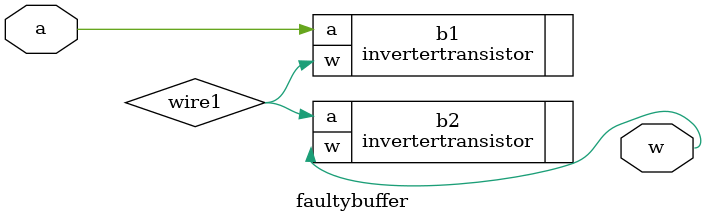
<source format=v>
`timescale 1ns/1ns
`include "invertertransistor.v"

module faultybuffer(
    input a,
    output w
);

wire wire1;

invertertransistor b1( .w(wire1), .a(a));
invertertransistor b2( .w(w), .a(wire1));

endmodule
</source>
